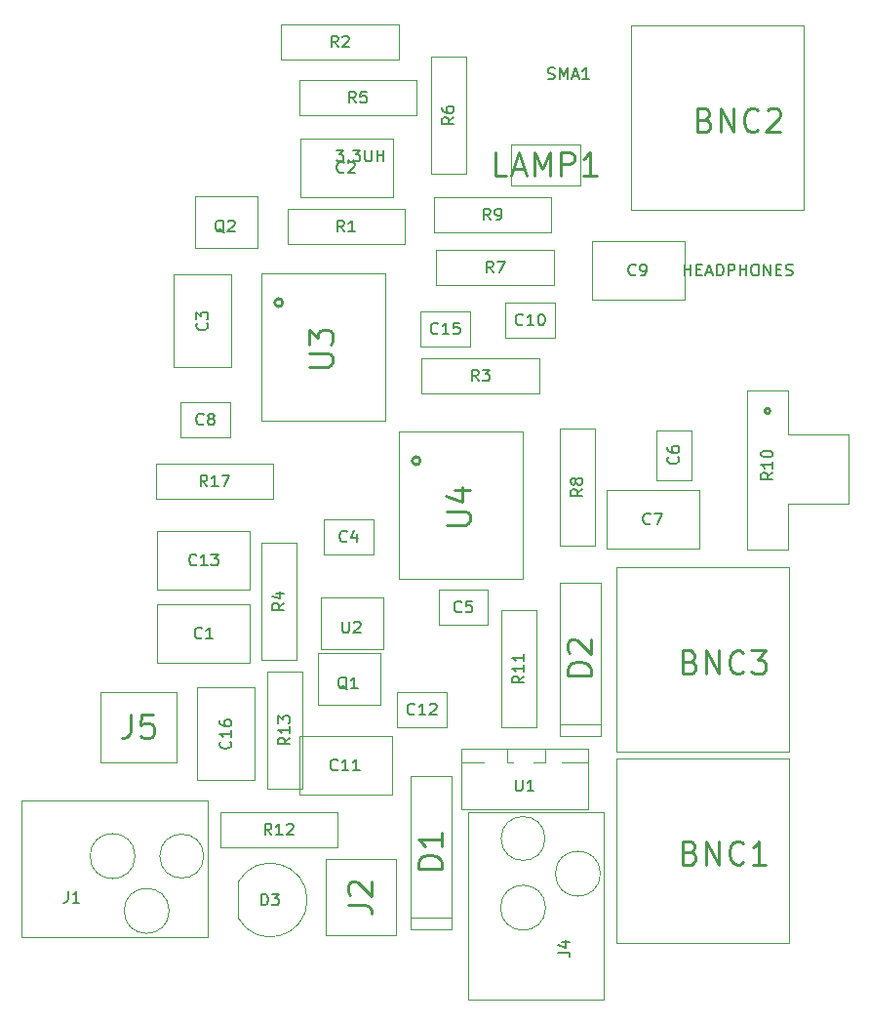
<source format=gbr>
%TF.GenerationSoftware,KiCad,Pcbnew,4.0.4+e1-6308~48~ubuntu16.04.1-stable*%
%TF.CreationDate,2016-12-09T15:38:50-08:00*%
%TF.ProjectId,e202var-vlf-radio-receiver,653230327661722D766C662D72616469,v1.2*%
%TF.FileFunction,Other,Fab,Top*%
%FSLAX46Y46*%
G04 Gerber Fmt 4.6, Leading zero omitted, Abs format (unit mm)*
G04 Created by KiCad (PCBNEW 4.0.4+e1-6308~48~ubuntu16.04.1-stable) date Fri Dec  9 15:38:50 2016*
%MOMM*%
%LPD*%
G01*
G04 APERTURE LIST*
%ADD10C,0.350000*%
%ADD11C,0.050800*%
%ADD12C,0.050000*%
%ADD13C,0.040640*%
%ADD14C,0.254000*%
%ADD15C,0.150000*%
%ADD16C,0.127000*%
G04 APERTURE END LIST*
D10*
D11*
X113646600Y-102507780D02*
X113646600Y-118507780D01*
X98646600Y-102507780D02*
X113646600Y-102507780D01*
X98646600Y-118507780D02*
X98646600Y-102507780D01*
X113646600Y-118507780D02*
X98646600Y-118507780D01*
X114916600Y-38969680D02*
X114916600Y-54969680D01*
X99916600Y-38969680D02*
X114916600Y-38969680D01*
X99916600Y-54969680D02*
X99916600Y-38969680D01*
X114916600Y-54969680D02*
X99916600Y-54969680D01*
X113646600Y-85980000D02*
X113646600Y-101980000D01*
X98646600Y-85980000D02*
X113646600Y-85980000D01*
X98646600Y-101980000D02*
X98646600Y-85980000D01*
X113646600Y-101980000D02*
X98646600Y-101980000D01*
D12*
X66778000Y-94194000D02*
X58778000Y-94194000D01*
X66778000Y-89194000D02*
X66778000Y-94194000D01*
X58778000Y-89194000D02*
X66778000Y-89194000D01*
X58778000Y-94194000D02*
X58778000Y-89194000D01*
X71224000Y-48808000D02*
X79224000Y-48808000D01*
X71224000Y-53808000D02*
X71224000Y-48808000D01*
X79224000Y-53808000D02*
X71224000Y-53808000D01*
X79224000Y-48808000D02*
X79224000Y-53808000D01*
X60238000Y-68556000D02*
X60238000Y-60556000D01*
X65238000Y-68556000D02*
X60238000Y-68556000D01*
X65238000Y-60556000D02*
X65238000Y-68556000D01*
X60238000Y-60556000D02*
X65238000Y-60556000D01*
X73268000Y-81812000D02*
X77568000Y-81812000D01*
X73268000Y-84812000D02*
X73268000Y-81812000D01*
X77568000Y-84812000D02*
X73268000Y-84812000D01*
X77568000Y-81812000D02*
X77568000Y-84812000D01*
X87514000Y-90908000D02*
X83214000Y-90908000D01*
X87514000Y-87908000D02*
X87514000Y-90908000D01*
X83214000Y-87908000D02*
X87514000Y-87908000D01*
X83214000Y-90908000D02*
X83214000Y-87908000D01*
X102132000Y-78370000D02*
X102132000Y-74070000D01*
X105132000Y-78370000D02*
X102132000Y-78370000D01*
X105132000Y-74070000D02*
X105132000Y-78370000D01*
X102132000Y-74070000D02*
X105132000Y-74070000D01*
X97814000Y-79288000D02*
X105814000Y-79288000D01*
X97814000Y-84288000D02*
X97814000Y-79288000D01*
X105814000Y-84288000D02*
X97814000Y-84288000D01*
X105814000Y-79288000D02*
X105814000Y-84288000D01*
X60822000Y-71652000D02*
X65122000Y-71652000D01*
X60822000Y-74652000D02*
X60822000Y-71652000D01*
X65122000Y-74652000D02*
X60822000Y-74652000D01*
X65122000Y-71652000D02*
X65122000Y-74652000D01*
X96544000Y-57698000D02*
X104544000Y-57698000D01*
X96544000Y-62698000D02*
X96544000Y-57698000D01*
X104544000Y-62698000D02*
X96544000Y-62698000D01*
X104544000Y-57698000D02*
X104544000Y-62698000D01*
X89016000Y-63016000D02*
X93316000Y-63016000D01*
X89016000Y-66016000D02*
X89016000Y-63016000D01*
X93316000Y-66016000D02*
X89016000Y-66016000D01*
X93316000Y-63016000D02*
X93316000Y-66016000D01*
X71144000Y-100624000D02*
X79144000Y-100624000D01*
X71144000Y-105624000D02*
X71144000Y-100624000D01*
X79144000Y-105624000D02*
X71144000Y-105624000D01*
X79144000Y-100624000D02*
X79144000Y-105624000D01*
X79618000Y-96798000D02*
X83918000Y-96798000D01*
X79618000Y-99798000D02*
X79618000Y-96798000D01*
X83918000Y-99798000D02*
X79618000Y-99798000D01*
X83918000Y-96798000D02*
X83918000Y-99798000D01*
X66778000Y-87844000D02*
X58778000Y-87844000D01*
X66778000Y-82844000D02*
X66778000Y-87844000D01*
X58778000Y-82844000D02*
X66778000Y-82844000D01*
X58778000Y-87844000D02*
X58778000Y-82844000D01*
X81650000Y-63778000D02*
X85950000Y-63778000D01*
X81650000Y-66778000D02*
X81650000Y-63778000D01*
X85950000Y-66778000D02*
X81650000Y-66778000D01*
X85950000Y-63778000D02*
X85950000Y-66778000D01*
X62270000Y-104370000D02*
X62270000Y-96370000D01*
X67270000Y-104370000D02*
X62270000Y-104370000D01*
X67270000Y-96370000D02*
X67270000Y-104370000D01*
X62270000Y-96370000D02*
X67270000Y-96370000D01*
D11*
X80802540Y-117324000D02*
X81052540Y-117324000D01*
X80802540Y-104074000D02*
X80802540Y-117324000D01*
X84302540Y-104074000D02*
X80802540Y-104074000D01*
X84302540Y-104324000D02*
X84302540Y-104074000D01*
X84302540Y-117324000D02*
X84302540Y-104324000D01*
X81052540Y-117324000D02*
X84302540Y-117324000D01*
X80802540Y-116324000D02*
X84302540Y-116324000D01*
X93756540Y-100560000D02*
X94006540Y-100560000D01*
X93756540Y-87310000D02*
X93756540Y-100560000D01*
X97256540Y-87310000D02*
X93756540Y-87310000D01*
X97256540Y-87560000D02*
X97256540Y-87310000D01*
X97256540Y-100560000D02*
X97256540Y-87560000D01*
X94006540Y-100560000D02*
X97256540Y-100560000D01*
X93756540Y-99560000D02*
X97256540Y-99560000D01*
D12*
X65811751Y-113254840D02*
G75*
G02X65810000Y-116358000I2798249J-1553160D01*
G01*
X65810000Y-113258000D02*
X65810000Y-116358000D01*
X59815902Y-115748000D02*
G75*
G03X59815902Y-115748000I-1952562J0D01*
G01*
X56863340Y-110998000D02*
G75*
G03X56863340Y-110998000I-1952562J0D01*
G01*
X62817283Y-110998000D02*
G75*
G03X62817283Y-110998000I-1903943J0D01*
G01*
X63163340Y-106198000D02*
X61663340Y-106198000D01*
X63163340Y-117998000D02*
X63163340Y-106198000D01*
X46963340Y-117998000D02*
X63163340Y-117998000D01*
X46963340Y-106198000D02*
X46963340Y-117998000D01*
X61663340Y-106198000D02*
X46963340Y-106198000D01*
X73384000Y-117854000D02*
X73384000Y-111254000D01*
X73384000Y-117854000D02*
X79484000Y-117854000D01*
X73384000Y-111254000D02*
X79484000Y-111254000D01*
X79484000Y-117854000D02*
X79484000Y-111254000D01*
X97253562Y-112522400D02*
G75*
G03X97253562Y-112522400I-1952562J0D01*
G01*
X92503562Y-115474962D02*
G75*
G03X92503562Y-115474962I-1952562J0D01*
G01*
X92454943Y-109472400D02*
G75*
G03X92454943Y-109472400I-1903943J0D01*
G01*
X85751000Y-107222400D02*
X85751000Y-108722400D01*
X97551000Y-107222400D02*
X85751000Y-107222400D01*
X97551000Y-123422400D02*
X97551000Y-107222400D01*
X85751000Y-123422400D02*
X97551000Y-123422400D01*
X85751000Y-108722400D02*
X85751000Y-123422400D01*
X60450000Y-102892000D02*
X53850000Y-102892000D01*
X60450000Y-102892000D02*
X60450000Y-96792000D01*
X53850000Y-102892000D02*
X53850000Y-96792000D01*
X60450000Y-96792000D02*
X53850000Y-96792000D01*
X89476000Y-52804000D02*
X95476000Y-52804000D01*
X89476000Y-52804000D02*
X89476000Y-49304000D01*
X95476000Y-49304000D02*
X89476000Y-49304000D01*
X95476000Y-52804000D02*
X95476000Y-49304000D01*
D11*
X72768000Y-97912000D02*
X78168000Y-97912000D01*
X72768000Y-93412000D02*
X72768000Y-97912000D01*
X78168000Y-93412000D02*
X72768000Y-93412000D01*
X78168000Y-97912000D02*
X78168000Y-93412000D01*
X62100000Y-58288000D02*
X67500000Y-58288000D01*
X62100000Y-53788000D02*
X62100000Y-58288000D01*
X67500000Y-53788000D02*
X62100000Y-53788000D01*
X67500000Y-58288000D02*
X67500000Y-53788000D01*
X70094000Y-57888000D02*
X80294000Y-57888000D01*
X70094000Y-54888000D02*
X70094000Y-57888000D01*
X70194000Y-54888000D02*
X70094000Y-54888000D01*
X80294000Y-54888000D02*
X70194000Y-54888000D01*
X80294000Y-57888000D02*
X80294000Y-54888000D01*
X79766000Y-38886000D02*
X69566000Y-38886000D01*
X79766000Y-41886000D02*
X79766000Y-38886000D01*
X79666000Y-41886000D02*
X79766000Y-41886000D01*
X69566000Y-41886000D02*
X79666000Y-41886000D01*
X69566000Y-38886000D02*
X69566000Y-41886000D01*
X91958000Y-67842000D02*
X81758000Y-67842000D01*
X91958000Y-70842000D02*
X91958000Y-67842000D01*
X91858000Y-70842000D02*
X91958000Y-70842000D01*
X81758000Y-70842000D02*
X91858000Y-70842000D01*
X81758000Y-67842000D02*
X81758000Y-70842000D01*
X70842000Y-93990000D02*
X70842000Y-83790000D01*
X67842000Y-93990000D02*
X70842000Y-93990000D01*
X67842000Y-93890000D02*
X67842000Y-93990000D01*
X67842000Y-83790000D02*
X67842000Y-93890000D01*
X70842000Y-83790000D02*
X67842000Y-83790000D01*
X71110000Y-46712000D02*
X81310000Y-46712000D01*
X71110000Y-43712000D02*
X71110000Y-46712000D01*
X71210000Y-43712000D02*
X71110000Y-43712000D01*
X81310000Y-43712000D02*
X71210000Y-43712000D01*
X81310000Y-46712000D02*
X81310000Y-43712000D01*
X82574000Y-41646000D02*
X82574000Y-51846000D01*
X85574000Y-41646000D02*
X82574000Y-41646000D01*
X85574000Y-41746000D02*
X85574000Y-41646000D01*
X85574000Y-51846000D02*
X85574000Y-41746000D01*
X82574000Y-51846000D02*
X85574000Y-51846000D01*
X93228000Y-58444000D02*
X83028000Y-58444000D01*
X93228000Y-61444000D02*
X93228000Y-58444000D01*
X93128000Y-61444000D02*
X93228000Y-61444000D01*
X83028000Y-61444000D02*
X93128000Y-61444000D01*
X83028000Y-58444000D02*
X83028000Y-61444000D01*
X93750000Y-73904000D02*
X93750000Y-84104000D01*
X96750000Y-73904000D02*
X93750000Y-73904000D01*
X96750000Y-74004000D02*
X96750000Y-73904000D01*
X96750000Y-84104000D02*
X96750000Y-74004000D01*
X93750000Y-84104000D02*
X96750000Y-84104000D01*
X82794000Y-56872000D02*
X92994000Y-56872000D01*
X82794000Y-53872000D02*
X82794000Y-56872000D01*
X82894000Y-53872000D02*
X82794000Y-53872000D01*
X92994000Y-53872000D02*
X82894000Y-53872000D01*
X92994000Y-56872000D02*
X92994000Y-53872000D01*
D13*
X118770400Y-74396600D02*
X113766600Y-74396600D01*
D14*
X111983607Y-72390000D02*
G75*
G03X111983607Y-72390000I-223607J0D01*
G01*
D11*
X109960000Y-84390000D02*
X113560000Y-84390000D01*
X109960000Y-70590000D02*
X109960000Y-84390000D01*
X113560000Y-70590000D02*
X109960000Y-70590000D01*
D13*
X113741200Y-80416400D02*
X118770400Y-80416400D01*
X113563400Y-84378800D02*
X113563400Y-80416400D01*
X113563400Y-80416400D02*
X113766600Y-80416400D01*
X113563400Y-70586600D02*
X113563400Y-74396600D01*
X113563400Y-74396600D02*
X113766600Y-74396600D01*
X118770400Y-80416400D02*
X118770400Y-77444600D01*
X118770400Y-77444600D02*
X118770400Y-74396600D01*
D11*
X88670000Y-89652000D02*
X88670000Y-99852000D01*
X91670000Y-89652000D02*
X88670000Y-89652000D01*
X91670000Y-89752000D02*
X91670000Y-89652000D01*
X91670000Y-99852000D02*
X91670000Y-89752000D01*
X88670000Y-99852000D02*
X91670000Y-99852000D01*
X64252000Y-110212000D02*
X74452000Y-110212000D01*
X64252000Y-107212000D02*
X64252000Y-110212000D01*
X64352000Y-107212000D02*
X64252000Y-107212000D01*
X74452000Y-107212000D02*
X64352000Y-107212000D01*
X74452000Y-110212000D02*
X74452000Y-107212000D01*
X68350000Y-94986000D02*
X68350000Y-105186000D01*
X71350000Y-94986000D02*
X68350000Y-94986000D01*
X71350000Y-95086000D02*
X71350000Y-94986000D01*
X71350000Y-105186000D02*
X71350000Y-95086000D01*
X68350000Y-105186000D02*
X71350000Y-105186000D01*
X58664000Y-79986000D02*
X68864000Y-79986000D01*
X58664000Y-76986000D02*
X58664000Y-79986000D01*
X58764000Y-76986000D02*
X58664000Y-76986000D01*
X68864000Y-76986000D02*
X58764000Y-76986000D01*
X68864000Y-79986000D02*
X68864000Y-76986000D01*
D12*
X87178000Y-102902000D02*
X85178000Y-102902000D01*
X89178000Y-102902000D02*
X89178000Y-101652000D01*
X89678000Y-102902000D02*
X89178000Y-102902000D01*
X92428000Y-102902000D02*
X92428000Y-101652000D01*
X92428000Y-102902000D02*
X91428000Y-102902000D01*
X96178000Y-102902000D02*
X93928000Y-102902000D01*
X96178000Y-101902000D02*
X96178000Y-101652000D01*
X96178000Y-101652000D02*
X85178000Y-101652000D01*
X85178000Y-106902000D02*
X85178000Y-101652000D01*
X96178000Y-106902000D02*
X85178000Y-106902000D01*
X96178000Y-106652000D02*
X96178000Y-106902000D01*
X96178000Y-101902000D02*
X96178000Y-106652000D01*
D11*
X73022000Y-93086000D02*
X78422000Y-93086000D01*
X73022000Y-88586000D02*
X73022000Y-93086000D01*
X78422000Y-88586000D02*
X73022000Y-88586000D01*
X78422000Y-93086000D02*
X78422000Y-88586000D01*
X78592000Y-60492000D02*
X67842000Y-60492000D01*
X78592000Y-73242000D02*
X78592000Y-60492000D01*
X78342000Y-73242000D02*
X78592000Y-73242000D01*
X67842000Y-73242000D02*
X78342000Y-73242000D01*
X67842000Y-60492000D02*
X67842000Y-73242000D01*
D14*
X69695553Y-62992000D02*
G75*
G03X69695553Y-62992000I-353553J0D01*
G01*
D11*
X90530000Y-74208000D02*
X79780000Y-74208000D01*
X90530000Y-86958000D02*
X90530000Y-74208000D01*
X90280000Y-86958000D02*
X90530000Y-86958000D01*
X79780000Y-86958000D02*
X90280000Y-86958000D01*
X79780000Y-74208000D02*
X79780000Y-86958000D01*
D14*
X81633553Y-76708000D02*
G75*
G03X81633553Y-76708000I-353553J0D01*
G01*
X105043743Y-110662637D02*
X105334029Y-110759399D01*
X105430790Y-110856161D01*
X105527552Y-111049685D01*
X105527552Y-111339970D01*
X105430790Y-111533494D01*
X105334029Y-111630256D01*
X105140505Y-111727018D01*
X104366410Y-111727018D01*
X104366410Y-109695018D01*
X105043743Y-109695018D01*
X105237267Y-109791780D01*
X105334029Y-109888542D01*
X105430790Y-110082066D01*
X105430790Y-110275590D01*
X105334029Y-110469113D01*
X105237267Y-110565875D01*
X105043743Y-110662637D01*
X104366410Y-110662637D01*
X106398410Y-111727018D02*
X106398410Y-109695018D01*
X107559552Y-111727018D01*
X107559552Y-109695018D01*
X109688314Y-111533494D02*
X109591552Y-111630256D01*
X109301267Y-111727018D01*
X109107743Y-111727018D01*
X108817457Y-111630256D01*
X108623933Y-111436732D01*
X108527172Y-111243209D01*
X108430410Y-110856161D01*
X108430410Y-110565875D01*
X108527172Y-110178828D01*
X108623933Y-109985304D01*
X108817457Y-109791780D01*
X109107743Y-109695018D01*
X109301267Y-109695018D01*
X109591552Y-109791780D01*
X109688314Y-109888542D01*
X111623552Y-111727018D02*
X110462410Y-111727018D01*
X111042981Y-111727018D02*
X111042981Y-109695018D01*
X110849457Y-109985304D01*
X110655933Y-110178828D01*
X110462410Y-110275590D01*
X106313743Y-47124537D02*
X106604029Y-47221299D01*
X106700790Y-47318061D01*
X106797552Y-47511585D01*
X106797552Y-47801870D01*
X106700790Y-47995394D01*
X106604029Y-48092156D01*
X106410505Y-48188918D01*
X105636410Y-48188918D01*
X105636410Y-46156918D01*
X106313743Y-46156918D01*
X106507267Y-46253680D01*
X106604029Y-46350442D01*
X106700790Y-46543966D01*
X106700790Y-46737490D01*
X106604029Y-46931013D01*
X106507267Y-47027775D01*
X106313743Y-47124537D01*
X105636410Y-47124537D01*
X107668410Y-48188918D02*
X107668410Y-46156918D01*
X108829552Y-48188918D01*
X108829552Y-46156918D01*
X110958314Y-47995394D02*
X110861552Y-48092156D01*
X110571267Y-48188918D01*
X110377743Y-48188918D01*
X110087457Y-48092156D01*
X109893933Y-47898632D01*
X109797172Y-47705109D01*
X109700410Y-47318061D01*
X109700410Y-47027775D01*
X109797172Y-46640728D01*
X109893933Y-46447204D01*
X110087457Y-46253680D01*
X110377743Y-46156918D01*
X110571267Y-46156918D01*
X110861552Y-46253680D01*
X110958314Y-46350442D01*
X111732410Y-46350442D02*
X111829172Y-46253680D01*
X112022695Y-46156918D01*
X112506505Y-46156918D01*
X112700029Y-46253680D01*
X112796791Y-46350442D01*
X112893552Y-46543966D01*
X112893552Y-46737490D01*
X112796791Y-47027775D01*
X111635648Y-48188918D01*
X112893552Y-48188918D01*
X105043743Y-94134857D02*
X105334029Y-94231619D01*
X105430790Y-94328381D01*
X105527552Y-94521905D01*
X105527552Y-94812190D01*
X105430790Y-95005714D01*
X105334029Y-95102476D01*
X105140505Y-95199238D01*
X104366410Y-95199238D01*
X104366410Y-93167238D01*
X105043743Y-93167238D01*
X105237267Y-93264000D01*
X105334029Y-93360762D01*
X105430790Y-93554286D01*
X105430790Y-93747810D01*
X105334029Y-93941333D01*
X105237267Y-94038095D01*
X105043743Y-94134857D01*
X104366410Y-94134857D01*
X106398410Y-95199238D02*
X106398410Y-93167238D01*
X107559552Y-95199238D01*
X107559552Y-93167238D01*
X109688314Y-95005714D02*
X109591552Y-95102476D01*
X109301267Y-95199238D01*
X109107743Y-95199238D01*
X108817457Y-95102476D01*
X108623933Y-94908952D01*
X108527172Y-94715429D01*
X108430410Y-94328381D01*
X108430410Y-94038095D01*
X108527172Y-93651048D01*
X108623933Y-93457524D01*
X108817457Y-93264000D01*
X109107743Y-93167238D01*
X109301267Y-93167238D01*
X109591552Y-93264000D01*
X109688314Y-93360762D01*
X110365648Y-93167238D02*
X111623552Y-93167238D01*
X110946219Y-93941333D01*
X111236505Y-93941333D01*
X111430029Y-94038095D01*
X111526791Y-94134857D01*
X111623552Y-94328381D01*
X111623552Y-94812190D01*
X111526791Y-95005714D01*
X111430029Y-95102476D01*
X111236505Y-95199238D01*
X110655933Y-95199238D01*
X110462410Y-95102476D01*
X110365648Y-95005714D01*
D15*
X62661334Y-92051143D02*
X62613715Y-92098762D01*
X62470858Y-92146381D01*
X62375620Y-92146381D01*
X62232762Y-92098762D01*
X62137524Y-92003524D01*
X62089905Y-91908286D01*
X62042286Y-91717810D01*
X62042286Y-91574952D01*
X62089905Y-91384476D01*
X62137524Y-91289238D01*
X62232762Y-91194000D01*
X62375620Y-91146381D01*
X62470858Y-91146381D01*
X62613715Y-91194000D01*
X62661334Y-91241619D01*
X63613715Y-92146381D02*
X63042286Y-92146381D01*
X63328000Y-92146381D02*
X63328000Y-91146381D01*
X63232762Y-91289238D01*
X63137524Y-91384476D01*
X63042286Y-91432095D01*
X75007334Y-51665143D02*
X74959715Y-51712762D01*
X74816858Y-51760381D01*
X74721620Y-51760381D01*
X74578762Y-51712762D01*
X74483524Y-51617524D01*
X74435905Y-51522286D01*
X74388286Y-51331810D01*
X74388286Y-51188952D01*
X74435905Y-50998476D01*
X74483524Y-50903238D01*
X74578762Y-50808000D01*
X74721620Y-50760381D01*
X74816858Y-50760381D01*
X74959715Y-50808000D01*
X75007334Y-50855619D01*
X75388286Y-50855619D02*
X75435905Y-50808000D01*
X75531143Y-50760381D01*
X75769239Y-50760381D01*
X75864477Y-50808000D01*
X75912096Y-50855619D01*
X75959715Y-50950857D01*
X75959715Y-51046095D01*
X75912096Y-51188952D01*
X75340667Y-51760381D01*
X75959715Y-51760381D01*
X63095143Y-64772666D02*
X63142762Y-64820285D01*
X63190381Y-64963142D01*
X63190381Y-65058380D01*
X63142762Y-65201238D01*
X63047524Y-65296476D01*
X62952286Y-65344095D01*
X62761810Y-65391714D01*
X62618952Y-65391714D01*
X62428476Y-65344095D01*
X62333238Y-65296476D01*
X62238000Y-65201238D01*
X62190381Y-65058380D01*
X62190381Y-64963142D01*
X62238000Y-64820285D01*
X62285619Y-64772666D01*
X62190381Y-64439333D02*
X62190381Y-63820285D01*
X62571333Y-64153619D01*
X62571333Y-64010761D01*
X62618952Y-63915523D01*
X62666571Y-63867904D01*
X62761810Y-63820285D01*
X62999905Y-63820285D01*
X63095143Y-63867904D01*
X63142762Y-63915523D01*
X63190381Y-64010761D01*
X63190381Y-64296476D01*
X63142762Y-64391714D01*
X63095143Y-64439333D01*
X75251334Y-83669143D02*
X75203715Y-83716762D01*
X75060858Y-83764381D01*
X74965620Y-83764381D01*
X74822762Y-83716762D01*
X74727524Y-83621524D01*
X74679905Y-83526286D01*
X74632286Y-83335810D01*
X74632286Y-83192952D01*
X74679905Y-83002476D01*
X74727524Y-82907238D01*
X74822762Y-82812000D01*
X74965620Y-82764381D01*
X75060858Y-82764381D01*
X75203715Y-82812000D01*
X75251334Y-82859619D01*
X76108477Y-83097714D02*
X76108477Y-83764381D01*
X75870381Y-82716762D02*
X75632286Y-83431048D01*
X76251334Y-83431048D01*
X85197334Y-89765143D02*
X85149715Y-89812762D01*
X85006858Y-89860381D01*
X84911620Y-89860381D01*
X84768762Y-89812762D01*
X84673524Y-89717524D01*
X84625905Y-89622286D01*
X84578286Y-89431810D01*
X84578286Y-89288952D01*
X84625905Y-89098476D01*
X84673524Y-89003238D01*
X84768762Y-88908000D01*
X84911620Y-88860381D01*
X85006858Y-88860381D01*
X85149715Y-88908000D01*
X85197334Y-88955619D01*
X86102096Y-88860381D02*
X85625905Y-88860381D01*
X85578286Y-89336571D01*
X85625905Y-89288952D01*
X85721143Y-89241333D01*
X85959239Y-89241333D01*
X86054477Y-89288952D01*
X86102096Y-89336571D01*
X86149715Y-89431810D01*
X86149715Y-89669905D01*
X86102096Y-89765143D01*
X86054477Y-89812762D01*
X85959239Y-89860381D01*
X85721143Y-89860381D01*
X85625905Y-89812762D01*
X85578286Y-89765143D01*
X103989143Y-76386666D02*
X104036762Y-76434285D01*
X104084381Y-76577142D01*
X104084381Y-76672380D01*
X104036762Y-76815238D01*
X103941524Y-76910476D01*
X103846286Y-76958095D01*
X103655810Y-77005714D01*
X103512952Y-77005714D01*
X103322476Y-76958095D01*
X103227238Y-76910476D01*
X103132000Y-76815238D01*
X103084381Y-76672380D01*
X103084381Y-76577142D01*
X103132000Y-76434285D01*
X103179619Y-76386666D01*
X103084381Y-75529523D02*
X103084381Y-75720000D01*
X103132000Y-75815238D01*
X103179619Y-75862857D01*
X103322476Y-75958095D01*
X103512952Y-76005714D01*
X103893905Y-76005714D01*
X103989143Y-75958095D01*
X104036762Y-75910476D01*
X104084381Y-75815238D01*
X104084381Y-75624761D01*
X104036762Y-75529523D01*
X103989143Y-75481904D01*
X103893905Y-75434285D01*
X103655810Y-75434285D01*
X103560571Y-75481904D01*
X103512952Y-75529523D01*
X103465333Y-75624761D01*
X103465333Y-75815238D01*
X103512952Y-75910476D01*
X103560571Y-75958095D01*
X103655810Y-76005714D01*
X101597334Y-82145143D02*
X101549715Y-82192762D01*
X101406858Y-82240381D01*
X101311620Y-82240381D01*
X101168762Y-82192762D01*
X101073524Y-82097524D01*
X101025905Y-82002286D01*
X100978286Y-81811810D01*
X100978286Y-81668952D01*
X101025905Y-81478476D01*
X101073524Y-81383238D01*
X101168762Y-81288000D01*
X101311620Y-81240381D01*
X101406858Y-81240381D01*
X101549715Y-81288000D01*
X101597334Y-81335619D01*
X101930667Y-81240381D02*
X102597334Y-81240381D01*
X102168762Y-82240381D01*
X62805334Y-73509143D02*
X62757715Y-73556762D01*
X62614858Y-73604381D01*
X62519620Y-73604381D01*
X62376762Y-73556762D01*
X62281524Y-73461524D01*
X62233905Y-73366286D01*
X62186286Y-73175810D01*
X62186286Y-73032952D01*
X62233905Y-72842476D01*
X62281524Y-72747238D01*
X62376762Y-72652000D01*
X62519620Y-72604381D01*
X62614858Y-72604381D01*
X62757715Y-72652000D01*
X62805334Y-72699619D01*
X63376762Y-73032952D02*
X63281524Y-72985333D01*
X63233905Y-72937714D01*
X63186286Y-72842476D01*
X63186286Y-72794857D01*
X63233905Y-72699619D01*
X63281524Y-72652000D01*
X63376762Y-72604381D01*
X63567239Y-72604381D01*
X63662477Y-72652000D01*
X63710096Y-72699619D01*
X63757715Y-72794857D01*
X63757715Y-72842476D01*
X63710096Y-72937714D01*
X63662477Y-72985333D01*
X63567239Y-73032952D01*
X63376762Y-73032952D01*
X63281524Y-73080571D01*
X63233905Y-73128190D01*
X63186286Y-73223429D01*
X63186286Y-73413905D01*
X63233905Y-73509143D01*
X63281524Y-73556762D01*
X63376762Y-73604381D01*
X63567239Y-73604381D01*
X63662477Y-73556762D01*
X63710096Y-73509143D01*
X63757715Y-73413905D01*
X63757715Y-73223429D01*
X63710096Y-73128190D01*
X63662477Y-73080571D01*
X63567239Y-73032952D01*
X100327334Y-60555143D02*
X100279715Y-60602762D01*
X100136858Y-60650381D01*
X100041620Y-60650381D01*
X99898762Y-60602762D01*
X99803524Y-60507524D01*
X99755905Y-60412286D01*
X99708286Y-60221810D01*
X99708286Y-60078952D01*
X99755905Y-59888476D01*
X99803524Y-59793238D01*
X99898762Y-59698000D01*
X100041620Y-59650381D01*
X100136858Y-59650381D01*
X100279715Y-59698000D01*
X100327334Y-59745619D01*
X100803524Y-60650381D02*
X100994000Y-60650381D01*
X101089239Y-60602762D01*
X101136858Y-60555143D01*
X101232096Y-60412286D01*
X101279715Y-60221810D01*
X101279715Y-59840857D01*
X101232096Y-59745619D01*
X101184477Y-59698000D01*
X101089239Y-59650381D01*
X100898762Y-59650381D01*
X100803524Y-59698000D01*
X100755905Y-59745619D01*
X100708286Y-59840857D01*
X100708286Y-60078952D01*
X100755905Y-60174190D01*
X100803524Y-60221810D01*
X100898762Y-60269429D01*
X101089239Y-60269429D01*
X101184477Y-60221810D01*
X101232096Y-60174190D01*
X101279715Y-60078952D01*
X90523143Y-64873143D02*
X90475524Y-64920762D01*
X90332667Y-64968381D01*
X90237429Y-64968381D01*
X90094571Y-64920762D01*
X89999333Y-64825524D01*
X89951714Y-64730286D01*
X89904095Y-64539810D01*
X89904095Y-64396952D01*
X89951714Y-64206476D01*
X89999333Y-64111238D01*
X90094571Y-64016000D01*
X90237429Y-63968381D01*
X90332667Y-63968381D01*
X90475524Y-64016000D01*
X90523143Y-64063619D01*
X91475524Y-64968381D02*
X90904095Y-64968381D01*
X91189809Y-64968381D02*
X91189809Y-63968381D01*
X91094571Y-64111238D01*
X90999333Y-64206476D01*
X90904095Y-64254095D01*
X92094571Y-63968381D02*
X92189810Y-63968381D01*
X92285048Y-64016000D01*
X92332667Y-64063619D01*
X92380286Y-64158857D01*
X92427905Y-64349333D01*
X92427905Y-64587429D01*
X92380286Y-64777905D01*
X92332667Y-64873143D01*
X92285048Y-64920762D01*
X92189810Y-64968381D01*
X92094571Y-64968381D01*
X91999333Y-64920762D01*
X91951714Y-64873143D01*
X91904095Y-64777905D01*
X91856476Y-64587429D01*
X91856476Y-64349333D01*
X91904095Y-64158857D01*
X91951714Y-64063619D01*
X91999333Y-64016000D01*
X92094571Y-63968381D01*
X74451143Y-103481143D02*
X74403524Y-103528762D01*
X74260667Y-103576381D01*
X74165429Y-103576381D01*
X74022571Y-103528762D01*
X73927333Y-103433524D01*
X73879714Y-103338286D01*
X73832095Y-103147810D01*
X73832095Y-103004952D01*
X73879714Y-102814476D01*
X73927333Y-102719238D01*
X74022571Y-102624000D01*
X74165429Y-102576381D01*
X74260667Y-102576381D01*
X74403524Y-102624000D01*
X74451143Y-102671619D01*
X75403524Y-103576381D02*
X74832095Y-103576381D01*
X75117809Y-103576381D02*
X75117809Y-102576381D01*
X75022571Y-102719238D01*
X74927333Y-102814476D01*
X74832095Y-102862095D01*
X76355905Y-103576381D02*
X75784476Y-103576381D01*
X76070190Y-103576381D02*
X76070190Y-102576381D01*
X75974952Y-102719238D01*
X75879714Y-102814476D01*
X75784476Y-102862095D01*
X81125143Y-98655143D02*
X81077524Y-98702762D01*
X80934667Y-98750381D01*
X80839429Y-98750381D01*
X80696571Y-98702762D01*
X80601333Y-98607524D01*
X80553714Y-98512286D01*
X80506095Y-98321810D01*
X80506095Y-98178952D01*
X80553714Y-97988476D01*
X80601333Y-97893238D01*
X80696571Y-97798000D01*
X80839429Y-97750381D01*
X80934667Y-97750381D01*
X81077524Y-97798000D01*
X81125143Y-97845619D01*
X82077524Y-98750381D02*
X81506095Y-98750381D01*
X81791809Y-98750381D02*
X81791809Y-97750381D01*
X81696571Y-97893238D01*
X81601333Y-97988476D01*
X81506095Y-98036095D01*
X82458476Y-97845619D02*
X82506095Y-97798000D01*
X82601333Y-97750381D01*
X82839429Y-97750381D01*
X82934667Y-97798000D01*
X82982286Y-97845619D01*
X83029905Y-97940857D01*
X83029905Y-98036095D01*
X82982286Y-98178952D01*
X82410857Y-98750381D01*
X83029905Y-98750381D01*
X62185143Y-85701143D02*
X62137524Y-85748762D01*
X61994667Y-85796381D01*
X61899429Y-85796381D01*
X61756571Y-85748762D01*
X61661333Y-85653524D01*
X61613714Y-85558286D01*
X61566095Y-85367810D01*
X61566095Y-85224952D01*
X61613714Y-85034476D01*
X61661333Y-84939238D01*
X61756571Y-84844000D01*
X61899429Y-84796381D01*
X61994667Y-84796381D01*
X62137524Y-84844000D01*
X62185143Y-84891619D01*
X63137524Y-85796381D02*
X62566095Y-85796381D01*
X62851809Y-85796381D02*
X62851809Y-84796381D01*
X62756571Y-84939238D01*
X62661333Y-85034476D01*
X62566095Y-85082095D01*
X63470857Y-84796381D02*
X64089905Y-84796381D01*
X63756571Y-85177333D01*
X63899429Y-85177333D01*
X63994667Y-85224952D01*
X64042286Y-85272571D01*
X64089905Y-85367810D01*
X64089905Y-85605905D01*
X64042286Y-85701143D01*
X63994667Y-85748762D01*
X63899429Y-85796381D01*
X63613714Y-85796381D01*
X63518476Y-85748762D01*
X63470857Y-85701143D01*
X83157143Y-65635143D02*
X83109524Y-65682762D01*
X82966667Y-65730381D01*
X82871429Y-65730381D01*
X82728571Y-65682762D01*
X82633333Y-65587524D01*
X82585714Y-65492286D01*
X82538095Y-65301810D01*
X82538095Y-65158952D01*
X82585714Y-64968476D01*
X82633333Y-64873238D01*
X82728571Y-64778000D01*
X82871429Y-64730381D01*
X82966667Y-64730381D01*
X83109524Y-64778000D01*
X83157143Y-64825619D01*
X84109524Y-65730381D02*
X83538095Y-65730381D01*
X83823809Y-65730381D02*
X83823809Y-64730381D01*
X83728571Y-64873238D01*
X83633333Y-64968476D01*
X83538095Y-65016095D01*
X85014286Y-64730381D02*
X84538095Y-64730381D01*
X84490476Y-65206571D01*
X84538095Y-65158952D01*
X84633333Y-65111333D01*
X84871429Y-65111333D01*
X84966667Y-65158952D01*
X85014286Y-65206571D01*
X85061905Y-65301810D01*
X85061905Y-65539905D01*
X85014286Y-65635143D01*
X84966667Y-65682762D01*
X84871429Y-65730381D01*
X84633333Y-65730381D01*
X84538095Y-65682762D01*
X84490476Y-65635143D01*
X65127143Y-101062857D02*
X65174762Y-101110476D01*
X65222381Y-101253333D01*
X65222381Y-101348571D01*
X65174762Y-101491429D01*
X65079524Y-101586667D01*
X64984286Y-101634286D01*
X64793810Y-101681905D01*
X64650952Y-101681905D01*
X64460476Y-101634286D01*
X64365238Y-101586667D01*
X64270000Y-101491429D01*
X64222381Y-101348571D01*
X64222381Y-101253333D01*
X64270000Y-101110476D01*
X64317619Y-101062857D01*
X65222381Y-100110476D02*
X65222381Y-100681905D01*
X65222381Y-100396191D02*
X64222381Y-100396191D01*
X64365238Y-100491429D01*
X64460476Y-100586667D01*
X64508095Y-100681905D01*
X64222381Y-99253333D02*
X64222381Y-99443810D01*
X64270000Y-99539048D01*
X64317619Y-99586667D01*
X64460476Y-99681905D01*
X64650952Y-99729524D01*
X65031905Y-99729524D01*
X65127143Y-99681905D01*
X65174762Y-99634286D01*
X65222381Y-99539048D01*
X65222381Y-99348571D01*
X65174762Y-99253333D01*
X65127143Y-99205714D01*
X65031905Y-99158095D01*
X64793810Y-99158095D01*
X64698571Y-99205714D01*
X64650952Y-99253333D01*
X64603333Y-99348571D01*
X64603333Y-99539048D01*
X64650952Y-99634286D01*
X64698571Y-99681905D01*
X64793810Y-99729524D01*
D14*
X83471778Y-112073809D02*
X81439778Y-112073809D01*
X81439778Y-111590000D01*
X81536540Y-111299714D01*
X81730064Y-111106190D01*
X81923588Y-111009429D01*
X82310635Y-110912667D01*
X82600921Y-110912667D01*
X82987969Y-111009429D01*
X83181492Y-111106190D01*
X83375016Y-111299714D01*
X83471778Y-111590000D01*
X83471778Y-112073809D01*
X83471778Y-108977429D02*
X83471778Y-110138571D01*
X83471778Y-109558000D02*
X81439778Y-109558000D01*
X81730064Y-109751524D01*
X81923588Y-109945048D01*
X82020350Y-110138571D01*
X96425778Y-95309809D02*
X94393778Y-95309809D01*
X94393778Y-94826000D01*
X94490540Y-94535714D01*
X94684064Y-94342190D01*
X94877588Y-94245429D01*
X95264635Y-94148667D01*
X95554921Y-94148667D01*
X95941969Y-94245429D01*
X96135492Y-94342190D01*
X96329016Y-94535714D01*
X96425778Y-94826000D01*
X96425778Y-95309809D01*
X94587302Y-93374571D02*
X94490540Y-93277809D01*
X94393778Y-93084286D01*
X94393778Y-92600476D01*
X94490540Y-92406952D01*
X94587302Y-92310190D01*
X94780826Y-92213429D01*
X94974350Y-92213429D01*
X95264635Y-92310190D01*
X96425778Y-93471333D01*
X96425778Y-92213429D01*
D15*
X67821905Y-115260381D02*
X67821905Y-114260381D01*
X68060000Y-114260381D01*
X68202858Y-114308000D01*
X68298096Y-114403238D01*
X68345715Y-114498476D01*
X68393334Y-114688952D01*
X68393334Y-114831810D01*
X68345715Y-115022286D01*
X68298096Y-115117524D01*
X68202858Y-115212762D01*
X68060000Y-115260381D01*
X67821905Y-115260381D01*
X68726667Y-114260381D02*
X69345715Y-114260381D01*
X69012381Y-114641333D01*
X69155239Y-114641333D01*
X69250477Y-114688952D01*
X69298096Y-114736571D01*
X69345715Y-114831810D01*
X69345715Y-115069905D01*
X69298096Y-115165143D01*
X69250477Y-115212762D01*
X69155239Y-115260381D01*
X68869524Y-115260381D01*
X68774286Y-115212762D01*
X68726667Y-115165143D01*
X51030007Y-114050381D02*
X51030007Y-114764667D01*
X50982387Y-114907524D01*
X50887149Y-115002762D01*
X50744292Y-115050381D01*
X50649054Y-115050381D01*
X52030007Y-115050381D02*
X51458578Y-115050381D01*
X51744292Y-115050381D02*
X51744292Y-114050381D01*
X51649054Y-114193238D01*
X51553816Y-114288476D01*
X51458578Y-114336095D01*
D14*
X75341238Y-115231333D02*
X76792667Y-115231333D01*
X77082952Y-115328095D01*
X77276476Y-115521619D01*
X77373238Y-115811904D01*
X77373238Y-116005428D01*
X75534762Y-114360476D02*
X75438000Y-114263714D01*
X75341238Y-114070191D01*
X75341238Y-113586381D01*
X75438000Y-113392857D01*
X75534762Y-113296095D01*
X75728286Y-113199334D01*
X75921810Y-113199334D01*
X76212095Y-113296095D01*
X77373238Y-114457238D01*
X77373238Y-113199334D01*
D15*
X104553333Y-60658381D02*
X104553333Y-59658381D01*
X104553333Y-60134571D02*
X105124762Y-60134571D01*
X105124762Y-60658381D02*
X105124762Y-59658381D01*
X105600952Y-60134571D02*
X105934286Y-60134571D01*
X106077143Y-60658381D02*
X105600952Y-60658381D01*
X105600952Y-59658381D01*
X106077143Y-59658381D01*
X106458095Y-60372667D02*
X106934286Y-60372667D01*
X106362857Y-60658381D02*
X106696190Y-59658381D01*
X107029524Y-60658381D01*
X107362857Y-60658381D02*
X107362857Y-59658381D01*
X107600952Y-59658381D01*
X107743810Y-59706000D01*
X107839048Y-59801238D01*
X107886667Y-59896476D01*
X107934286Y-60086952D01*
X107934286Y-60229810D01*
X107886667Y-60420286D01*
X107839048Y-60515524D01*
X107743810Y-60610762D01*
X107600952Y-60658381D01*
X107362857Y-60658381D01*
X108362857Y-60658381D02*
X108362857Y-59658381D01*
X108743810Y-59658381D01*
X108839048Y-59706000D01*
X108886667Y-59753619D01*
X108934286Y-59848857D01*
X108934286Y-59991714D01*
X108886667Y-60086952D01*
X108839048Y-60134571D01*
X108743810Y-60182190D01*
X108362857Y-60182190D01*
X109362857Y-60658381D02*
X109362857Y-59658381D01*
X109362857Y-60134571D02*
X109934286Y-60134571D01*
X109934286Y-60658381D02*
X109934286Y-59658381D01*
X110600952Y-59658381D02*
X110791429Y-59658381D01*
X110886667Y-59706000D01*
X110981905Y-59801238D01*
X111029524Y-59991714D01*
X111029524Y-60325048D01*
X110981905Y-60515524D01*
X110886667Y-60610762D01*
X110791429Y-60658381D01*
X110600952Y-60658381D01*
X110505714Y-60610762D01*
X110410476Y-60515524D01*
X110362857Y-60325048D01*
X110362857Y-59991714D01*
X110410476Y-59801238D01*
X110505714Y-59706000D01*
X110600952Y-59658381D01*
X111458095Y-60658381D02*
X111458095Y-59658381D01*
X112029524Y-60658381D01*
X112029524Y-59658381D01*
X112505714Y-60134571D02*
X112839048Y-60134571D01*
X112981905Y-60658381D02*
X112505714Y-60658381D01*
X112505714Y-59658381D01*
X112981905Y-59658381D01*
X113362857Y-60610762D02*
X113505714Y-60658381D01*
X113743810Y-60658381D01*
X113839048Y-60610762D01*
X113886667Y-60563143D01*
X113934286Y-60467905D01*
X113934286Y-60372667D01*
X113886667Y-60277429D01*
X113839048Y-60229810D01*
X113743810Y-60182190D01*
X113553333Y-60134571D01*
X113458095Y-60086952D01*
X113410476Y-60039333D01*
X113362857Y-59944095D01*
X113362857Y-59848857D01*
X113410476Y-59753619D01*
X113458095Y-59706000D01*
X113553333Y-59658381D01*
X113791429Y-59658381D01*
X113934286Y-59706000D01*
X93603381Y-119355733D02*
X94317667Y-119355733D01*
X94460524Y-119403353D01*
X94555762Y-119498591D01*
X94603381Y-119641448D01*
X94603381Y-119736686D01*
X93936714Y-118450971D02*
X94603381Y-118450971D01*
X93555762Y-118689067D02*
X94270048Y-118927162D01*
X94270048Y-118308114D01*
D14*
X56472667Y-98709238D02*
X56472667Y-100160667D01*
X56375905Y-100450952D01*
X56182381Y-100644476D01*
X55892096Y-100741238D01*
X55698572Y-100741238D01*
X58407905Y-98709238D02*
X57440286Y-98709238D01*
X57343524Y-99676857D01*
X57440286Y-99580095D01*
X57633809Y-99483333D01*
X58117619Y-99483333D01*
X58311143Y-99580095D01*
X58407905Y-99676857D01*
X58504666Y-99870381D01*
X58504666Y-100354190D01*
X58407905Y-100547714D01*
X58311143Y-100644476D01*
X58117619Y-100741238D01*
X57633809Y-100741238D01*
X57440286Y-100644476D01*
X57343524Y-100547714D01*
D15*
X74358762Y-49752381D02*
X74977810Y-49752381D01*
X74644476Y-50133333D01*
X74787334Y-50133333D01*
X74882572Y-50180952D01*
X74930191Y-50228571D01*
X74977810Y-50323810D01*
X74977810Y-50561905D01*
X74930191Y-50657143D01*
X74882572Y-50704762D01*
X74787334Y-50752381D01*
X74501619Y-50752381D01*
X74406381Y-50704762D01*
X74358762Y-50657143D01*
X75406381Y-50657143D02*
X75454000Y-50704762D01*
X75406381Y-50752381D01*
X75358762Y-50704762D01*
X75406381Y-50657143D01*
X75406381Y-50752381D01*
X75787333Y-49752381D02*
X76406381Y-49752381D01*
X76073047Y-50133333D01*
X76215905Y-50133333D01*
X76311143Y-50180952D01*
X76358762Y-50228571D01*
X76406381Y-50323810D01*
X76406381Y-50561905D01*
X76358762Y-50657143D01*
X76311143Y-50704762D01*
X76215905Y-50752381D01*
X75930190Y-50752381D01*
X75834952Y-50704762D01*
X75787333Y-50657143D01*
X76834952Y-49752381D02*
X76834952Y-50561905D01*
X76882571Y-50657143D01*
X76930190Y-50704762D01*
X77025428Y-50752381D01*
X77215905Y-50752381D01*
X77311143Y-50704762D01*
X77358762Y-50657143D01*
X77406381Y-50561905D01*
X77406381Y-49752381D01*
X77882571Y-50752381D02*
X77882571Y-49752381D01*
X77882571Y-50228571D02*
X78454000Y-50228571D01*
X78454000Y-50752381D02*
X78454000Y-49752381D01*
D14*
X89089334Y-51973238D02*
X88121715Y-51973238D01*
X88121715Y-49941238D01*
X89669905Y-51392667D02*
X90637524Y-51392667D01*
X89476381Y-51973238D02*
X90153714Y-49941238D01*
X90831047Y-51973238D01*
X91508381Y-51973238D02*
X91508381Y-49941238D01*
X92185714Y-51392667D01*
X92863047Y-49941238D01*
X92863047Y-51973238D01*
X93830667Y-51973238D02*
X93830667Y-49941238D01*
X94604762Y-49941238D01*
X94798286Y-50038000D01*
X94895047Y-50134762D01*
X94991809Y-50328286D01*
X94991809Y-50618571D01*
X94895047Y-50812095D01*
X94798286Y-50908857D01*
X94604762Y-51005619D01*
X93830667Y-51005619D01*
X96927047Y-51973238D02*
X95765905Y-51973238D01*
X96346476Y-51973238D02*
X96346476Y-49941238D01*
X96152952Y-50231524D01*
X95959428Y-50425048D01*
X95765905Y-50521810D01*
D15*
X75272762Y-96559619D02*
X75177524Y-96512000D01*
X75082286Y-96416762D01*
X74939429Y-96273905D01*
X74844190Y-96226286D01*
X74748952Y-96226286D01*
X74796571Y-96464381D02*
X74701333Y-96416762D01*
X74606095Y-96321524D01*
X74558476Y-96131048D01*
X74558476Y-95797714D01*
X74606095Y-95607238D01*
X74701333Y-95512000D01*
X74796571Y-95464381D01*
X74987048Y-95464381D01*
X75082286Y-95512000D01*
X75177524Y-95607238D01*
X75225143Y-95797714D01*
X75225143Y-96131048D01*
X75177524Y-96321524D01*
X75082286Y-96416762D01*
X74987048Y-96464381D01*
X74796571Y-96464381D01*
X76177524Y-96464381D02*
X75606095Y-96464381D01*
X75891809Y-96464381D02*
X75891809Y-95464381D01*
X75796571Y-95607238D01*
X75701333Y-95702476D01*
X75606095Y-95750095D01*
X64604762Y-56935619D02*
X64509524Y-56888000D01*
X64414286Y-56792762D01*
X64271429Y-56649905D01*
X64176190Y-56602286D01*
X64080952Y-56602286D01*
X64128571Y-56840381D02*
X64033333Y-56792762D01*
X63938095Y-56697524D01*
X63890476Y-56507048D01*
X63890476Y-56173714D01*
X63938095Y-55983238D01*
X64033333Y-55888000D01*
X64128571Y-55840381D01*
X64319048Y-55840381D01*
X64414286Y-55888000D01*
X64509524Y-55983238D01*
X64557143Y-56173714D01*
X64557143Y-56507048D01*
X64509524Y-56697524D01*
X64414286Y-56792762D01*
X64319048Y-56840381D01*
X64128571Y-56840381D01*
X64938095Y-55935619D02*
X64985714Y-55888000D01*
X65080952Y-55840381D01*
X65319048Y-55840381D01*
X65414286Y-55888000D01*
X65461905Y-55935619D01*
X65509524Y-56030857D01*
X65509524Y-56126095D01*
X65461905Y-56268952D01*
X64890476Y-56840381D01*
X65509524Y-56840381D01*
X75027334Y-56840381D02*
X74694000Y-56364190D01*
X74455905Y-56840381D02*
X74455905Y-55840381D01*
X74836858Y-55840381D01*
X74932096Y-55888000D01*
X74979715Y-55935619D01*
X75027334Y-56030857D01*
X75027334Y-56173714D01*
X74979715Y-56268952D01*
X74932096Y-56316571D01*
X74836858Y-56364190D01*
X74455905Y-56364190D01*
X75979715Y-56840381D02*
X75408286Y-56840381D01*
X75694000Y-56840381D02*
X75694000Y-55840381D01*
X75598762Y-55983238D01*
X75503524Y-56078476D01*
X75408286Y-56126095D01*
X74499334Y-40838381D02*
X74166000Y-40362190D01*
X73927905Y-40838381D02*
X73927905Y-39838381D01*
X74308858Y-39838381D01*
X74404096Y-39886000D01*
X74451715Y-39933619D01*
X74499334Y-40028857D01*
X74499334Y-40171714D01*
X74451715Y-40266952D01*
X74404096Y-40314571D01*
X74308858Y-40362190D01*
X73927905Y-40362190D01*
X74880286Y-39933619D02*
X74927905Y-39886000D01*
X75023143Y-39838381D01*
X75261239Y-39838381D01*
X75356477Y-39886000D01*
X75404096Y-39933619D01*
X75451715Y-40028857D01*
X75451715Y-40124095D01*
X75404096Y-40266952D01*
X74832667Y-40838381D01*
X75451715Y-40838381D01*
X86691334Y-69794381D02*
X86358000Y-69318190D01*
X86119905Y-69794381D02*
X86119905Y-68794381D01*
X86500858Y-68794381D01*
X86596096Y-68842000D01*
X86643715Y-68889619D01*
X86691334Y-68984857D01*
X86691334Y-69127714D01*
X86643715Y-69222952D01*
X86596096Y-69270571D01*
X86500858Y-69318190D01*
X86119905Y-69318190D01*
X87024667Y-68794381D02*
X87643715Y-68794381D01*
X87310381Y-69175333D01*
X87453239Y-69175333D01*
X87548477Y-69222952D01*
X87596096Y-69270571D01*
X87643715Y-69365810D01*
X87643715Y-69603905D01*
X87596096Y-69699143D01*
X87548477Y-69746762D01*
X87453239Y-69794381D01*
X87167524Y-69794381D01*
X87072286Y-69746762D01*
X87024667Y-69699143D01*
X69794381Y-89056666D02*
X69318190Y-89390000D01*
X69794381Y-89628095D02*
X68794381Y-89628095D01*
X68794381Y-89247142D01*
X68842000Y-89151904D01*
X68889619Y-89104285D01*
X68984857Y-89056666D01*
X69127714Y-89056666D01*
X69222952Y-89104285D01*
X69270571Y-89151904D01*
X69318190Y-89247142D01*
X69318190Y-89628095D01*
X69127714Y-88199523D02*
X69794381Y-88199523D01*
X68746762Y-88437619D02*
X69461048Y-88675714D01*
X69461048Y-88056666D01*
X76043334Y-45664381D02*
X75710000Y-45188190D01*
X75471905Y-45664381D02*
X75471905Y-44664381D01*
X75852858Y-44664381D01*
X75948096Y-44712000D01*
X75995715Y-44759619D01*
X76043334Y-44854857D01*
X76043334Y-44997714D01*
X75995715Y-45092952D01*
X75948096Y-45140571D01*
X75852858Y-45188190D01*
X75471905Y-45188190D01*
X76948096Y-44664381D02*
X76471905Y-44664381D01*
X76424286Y-45140571D01*
X76471905Y-45092952D01*
X76567143Y-45045333D01*
X76805239Y-45045333D01*
X76900477Y-45092952D01*
X76948096Y-45140571D01*
X76995715Y-45235810D01*
X76995715Y-45473905D01*
X76948096Y-45569143D01*
X76900477Y-45616762D01*
X76805239Y-45664381D01*
X76567143Y-45664381D01*
X76471905Y-45616762D01*
X76424286Y-45569143D01*
X84526381Y-46912666D02*
X84050190Y-47246000D01*
X84526381Y-47484095D02*
X83526381Y-47484095D01*
X83526381Y-47103142D01*
X83574000Y-47007904D01*
X83621619Y-46960285D01*
X83716857Y-46912666D01*
X83859714Y-46912666D01*
X83954952Y-46960285D01*
X84002571Y-47007904D01*
X84050190Y-47103142D01*
X84050190Y-47484095D01*
X83526381Y-46055523D02*
X83526381Y-46246000D01*
X83574000Y-46341238D01*
X83621619Y-46388857D01*
X83764476Y-46484095D01*
X83954952Y-46531714D01*
X84335905Y-46531714D01*
X84431143Y-46484095D01*
X84478762Y-46436476D01*
X84526381Y-46341238D01*
X84526381Y-46150761D01*
X84478762Y-46055523D01*
X84431143Y-46007904D01*
X84335905Y-45960285D01*
X84097810Y-45960285D01*
X84002571Y-46007904D01*
X83954952Y-46055523D01*
X83907333Y-46150761D01*
X83907333Y-46341238D01*
X83954952Y-46436476D01*
X84002571Y-46484095D01*
X84097810Y-46531714D01*
X87961334Y-60396381D02*
X87628000Y-59920190D01*
X87389905Y-60396381D02*
X87389905Y-59396381D01*
X87770858Y-59396381D01*
X87866096Y-59444000D01*
X87913715Y-59491619D01*
X87961334Y-59586857D01*
X87961334Y-59729714D01*
X87913715Y-59824952D01*
X87866096Y-59872571D01*
X87770858Y-59920190D01*
X87389905Y-59920190D01*
X88294667Y-59396381D02*
X88961334Y-59396381D01*
X88532762Y-60396381D01*
X95702381Y-79170666D02*
X95226190Y-79504000D01*
X95702381Y-79742095D02*
X94702381Y-79742095D01*
X94702381Y-79361142D01*
X94750000Y-79265904D01*
X94797619Y-79218285D01*
X94892857Y-79170666D01*
X95035714Y-79170666D01*
X95130952Y-79218285D01*
X95178571Y-79265904D01*
X95226190Y-79361142D01*
X95226190Y-79742095D01*
X95130952Y-78599238D02*
X95083333Y-78694476D01*
X95035714Y-78742095D01*
X94940476Y-78789714D01*
X94892857Y-78789714D01*
X94797619Y-78742095D01*
X94750000Y-78694476D01*
X94702381Y-78599238D01*
X94702381Y-78408761D01*
X94750000Y-78313523D01*
X94797619Y-78265904D01*
X94892857Y-78218285D01*
X94940476Y-78218285D01*
X95035714Y-78265904D01*
X95083333Y-78313523D01*
X95130952Y-78408761D01*
X95130952Y-78599238D01*
X95178571Y-78694476D01*
X95226190Y-78742095D01*
X95321429Y-78789714D01*
X95511905Y-78789714D01*
X95607143Y-78742095D01*
X95654762Y-78694476D01*
X95702381Y-78599238D01*
X95702381Y-78408761D01*
X95654762Y-78313523D01*
X95607143Y-78265904D01*
X95511905Y-78218285D01*
X95321429Y-78218285D01*
X95226190Y-78265904D01*
X95178571Y-78313523D01*
X95130952Y-78408761D01*
X87727334Y-55824381D02*
X87394000Y-55348190D01*
X87155905Y-55824381D02*
X87155905Y-54824381D01*
X87536858Y-54824381D01*
X87632096Y-54872000D01*
X87679715Y-54919619D01*
X87727334Y-55014857D01*
X87727334Y-55157714D01*
X87679715Y-55252952D01*
X87632096Y-55300571D01*
X87536858Y-55348190D01*
X87155905Y-55348190D01*
X88203524Y-55824381D02*
X88394000Y-55824381D01*
X88489239Y-55776762D01*
X88536858Y-55729143D01*
X88632096Y-55586286D01*
X88679715Y-55395810D01*
X88679715Y-55014857D01*
X88632096Y-54919619D01*
X88584477Y-54872000D01*
X88489239Y-54824381D01*
X88298762Y-54824381D01*
X88203524Y-54872000D01*
X88155905Y-54919619D01*
X88108286Y-55014857D01*
X88108286Y-55252952D01*
X88155905Y-55348190D01*
X88203524Y-55395810D01*
X88298762Y-55443429D01*
X88489239Y-55443429D01*
X88584477Y-55395810D01*
X88632096Y-55348190D01*
X88679715Y-55252952D01*
X112212381Y-77732857D02*
X111736190Y-78066191D01*
X112212381Y-78304286D02*
X111212381Y-78304286D01*
X111212381Y-77923333D01*
X111260000Y-77828095D01*
X111307619Y-77780476D01*
X111402857Y-77732857D01*
X111545714Y-77732857D01*
X111640952Y-77780476D01*
X111688571Y-77828095D01*
X111736190Y-77923333D01*
X111736190Y-78304286D01*
X112212381Y-76780476D02*
X112212381Y-77351905D01*
X112212381Y-77066191D02*
X111212381Y-77066191D01*
X111355238Y-77161429D01*
X111450476Y-77256667D01*
X111498095Y-77351905D01*
X111212381Y-76161429D02*
X111212381Y-76066190D01*
X111260000Y-75970952D01*
X111307619Y-75923333D01*
X111402857Y-75875714D01*
X111593333Y-75828095D01*
X111831429Y-75828095D01*
X112021905Y-75875714D01*
X112117143Y-75923333D01*
X112164762Y-75970952D01*
X112212381Y-76066190D01*
X112212381Y-76161429D01*
X112164762Y-76256667D01*
X112117143Y-76304286D01*
X112021905Y-76351905D01*
X111831429Y-76399524D01*
X111593333Y-76399524D01*
X111402857Y-76351905D01*
X111307619Y-76304286D01*
X111260000Y-76256667D01*
X111212381Y-76161429D01*
X90622381Y-95394857D02*
X90146190Y-95728191D01*
X90622381Y-95966286D02*
X89622381Y-95966286D01*
X89622381Y-95585333D01*
X89670000Y-95490095D01*
X89717619Y-95442476D01*
X89812857Y-95394857D01*
X89955714Y-95394857D01*
X90050952Y-95442476D01*
X90098571Y-95490095D01*
X90146190Y-95585333D01*
X90146190Y-95966286D01*
X90622381Y-94442476D02*
X90622381Y-95013905D01*
X90622381Y-94728191D02*
X89622381Y-94728191D01*
X89765238Y-94823429D01*
X89860476Y-94918667D01*
X89908095Y-95013905D01*
X90622381Y-93490095D02*
X90622381Y-94061524D01*
X90622381Y-93775810D02*
X89622381Y-93775810D01*
X89765238Y-93871048D01*
X89860476Y-93966286D01*
X89908095Y-94061524D01*
X68709143Y-109164381D02*
X68375809Y-108688190D01*
X68137714Y-109164381D02*
X68137714Y-108164381D01*
X68518667Y-108164381D01*
X68613905Y-108212000D01*
X68661524Y-108259619D01*
X68709143Y-108354857D01*
X68709143Y-108497714D01*
X68661524Y-108592952D01*
X68613905Y-108640571D01*
X68518667Y-108688190D01*
X68137714Y-108688190D01*
X69661524Y-109164381D02*
X69090095Y-109164381D01*
X69375809Y-109164381D02*
X69375809Y-108164381D01*
X69280571Y-108307238D01*
X69185333Y-108402476D01*
X69090095Y-108450095D01*
X70042476Y-108259619D02*
X70090095Y-108212000D01*
X70185333Y-108164381D01*
X70423429Y-108164381D01*
X70518667Y-108212000D01*
X70566286Y-108259619D01*
X70613905Y-108354857D01*
X70613905Y-108450095D01*
X70566286Y-108592952D01*
X69994857Y-109164381D01*
X70613905Y-109164381D01*
X70302381Y-100728857D02*
X69826190Y-101062191D01*
X70302381Y-101300286D02*
X69302381Y-101300286D01*
X69302381Y-100919333D01*
X69350000Y-100824095D01*
X69397619Y-100776476D01*
X69492857Y-100728857D01*
X69635714Y-100728857D01*
X69730952Y-100776476D01*
X69778571Y-100824095D01*
X69826190Y-100919333D01*
X69826190Y-101300286D01*
X70302381Y-99776476D02*
X70302381Y-100347905D01*
X70302381Y-100062191D02*
X69302381Y-100062191D01*
X69445238Y-100157429D01*
X69540476Y-100252667D01*
X69588095Y-100347905D01*
X69302381Y-99443143D02*
X69302381Y-98824095D01*
X69683333Y-99157429D01*
X69683333Y-99014571D01*
X69730952Y-98919333D01*
X69778571Y-98871714D01*
X69873810Y-98824095D01*
X70111905Y-98824095D01*
X70207143Y-98871714D01*
X70254762Y-98919333D01*
X70302381Y-99014571D01*
X70302381Y-99300286D01*
X70254762Y-99395524D01*
X70207143Y-99443143D01*
X63121143Y-78938381D02*
X62787809Y-78462190D01*
X62549714Y-78938381D02*
X62549714Y-77938381D01*
X62930667Y-77938381D01*
X63025905Y-77986000D01*
X63073524Y-78033619D01*
X63121143Y-78128857D01*
X63121143Y-78271714D01*
X63073524Y-78366952D01*
X63025905Y-78414571D01*
X62930667Y-78462190D01*
X62549714Y-78462190D01*
X64073524Y-78938381D02*
X63502095Y-78938381D01*
X63787809Y-78938381D02*
X63787809Y-77938381D01*
X63692571Y-78081238D01*
X63597333Y-78176476D01*
X63502095Y-78224095D01*
X64406857Y-77938381D02*
X65073524Y-77938381D01*
X64644952Y-78938381D01*
D16*
X92697905Y-43591238D02*
X92843048Y-43639619D01*
X93084952Y-43639619D01*
X93181714Y-43591238D01*
X93230095Y-43542857D01*
X93278476Y-43446095D01*
X93278476Y-43349333D01*
X93230095Y-43252571D01*
X93181714Y-43204190D01*
X93084952Y-43155810D01*
X92891429Y-43107429D01*
X92794667Y-43059048D01*
X92746286Y-43010667D01*
X92697905Y-42913905D01*
X92697905Y-42817143D01*
X92746286Y-42720381D01*
X92794667Y-42672000D01*
X92891429Y-42623619D01*
X93133333Y-42623619D01*
X93278476Y-42672000D01*
X93713905Y-43639619D02*
X93713905Y-42623619D01*
X94052571Y-43349333D01*
X94391238Y-42623619D01*
X94391238Y-43639619D01*
X94826667Y-43349333D02*
X95310476Y-43349333D01*
X94729905Y-43639619D02*
X95068572Y-42623619D01*
X95407238Y-43639619D01*
X96278095Y-43639619D02*
X95697524Y-43639619D01*
X95987810Y-43639619D02*
X95987810Y-42623619D01*
X95891048Y-42768762D01*
X95794286Y-42865524D01*
X95697524Y-42913905D01*
D15*
X89916095Y-104354381D02*
X89916095Y-105163905D01*
X89963714Y-105259143D01*
X90011333Y-105306762D01*
X90106571Y-105354381D01*
X90297048Y-105354381D01*
X90392286Y-105306762D01*
X90439905Y-105259143D01*
X90487524Y-105163905D01*
X90487524Y-104354381D01*
X91487524Y-105354381D02*
X90916095Y-105354381D01*
X91201809Y-105354381D02*
X91201809Y-104354381D01*
X91106571Y-104497238D01*
X91011333Y-104592476D01*
X90916095Y-104640095D01*
X74860095Y-90638381D02*
X74860095Y-91447905D01*
X74907714Y-91543143D01*
X74955333Y-91590762D01*
X75050571Y-91638381D01*
X75241048Y-91638381D01*
X75336286Y-91590762D01*
X75383905Y-91543143D01*
X75431524Y-91447905D01*
X75431524Y-90638381D01*
X75860095Y-90733619D02*
X75907714Y-90686000D01*
X76002952Y-90638381D01*
X76241048Y-90638381D01*
X76336286Y-90686000D01*
X76383905Y-90733619D01*
X76431524Y-90828857D01*
X76431524Y-90924095D01*
X76383905Y-91066952D01*
X75812476Y-91638381D01*
X76431524Y-91638381D01*
D14*
X71979238Y-68540190D02*
X73624190Y-68540190D01*
X73817714Y-68443429D01*
X73914476Y-68346667D01*
X74011238Y-68153143D01*
X74011238Y-67766095D01*
X73914476Y-67572571D01*
X73817714Y-67475810D01*
X73624190Y-67379048D01*
X71979238Y-67379048D01*
X71979238Y-66604952D02*
X71979238Y-65347048D01*
X72753333Y-66024381D01*
X72753333Y-65734095D01*
X72850095Y-65540571D01*
X72946857Y-65443809D01*
X73140381Y-65347048D01*
X73624190Y-65347048D01*
X73817714Y-65443809D01*
X73914476Y-65540571D01*
X74011238Y-65734095D01*
X74011238Y-66314667D01*
X73914476Y-66508190D01*
X73817714Y-66604952D01*
X83917238Y-82256190D02*
X85562190Y-82256190D01*
X85755714Y-82159429D01*
X85852476Y-82062667D01*
X85949238Y-81869143D01*
X85949238Y-81482095D01*
X85852476Y-81288571D01*
X85755714Y-81191810D01*
X85562190Y-81095048D01*
X83917238Y-81095048D01*
X84594571Y-79256571D02*
X85949238Y-79256571D01*
X83820476Y-79740381D02*
X85271905Y-80224190D01*
X85271905Y-78966286D01*
M02*

</source>
